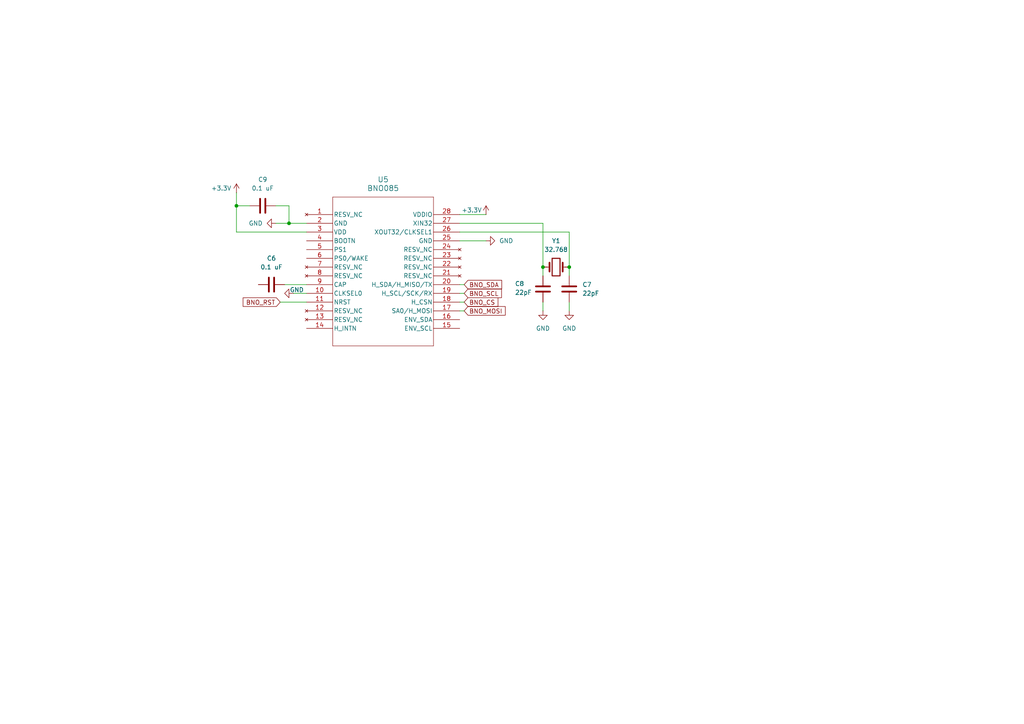
<source format=kicad_sch>
(kicad_sch (version 20231120) (generator "eeschema") (generator_version "8.0")
  (paper "A4")
  (lib_symbols
    (symbol "power:+3.3V" (power) (pin_numbers hide) (pin_names (offset 0) hide)
      (property "Value" "+3.3V" (at 0 3.556 0))
      (symbol "+3.3V_0_1"
        (polyline (pts (xy -0.762 1.27) (xy 0 2.54)))
        (polyline (pts (xy 0 0) (xy 0 2.54)))
        (polyline (pts (xy 0 2.54) (xy 0.762 1.27)))
      )
      (symbol "+3.3V_1_1"
        (pin power_in line (at 0 0 90) (length 0) (name "~") (number "1"))
      )
    )
    (symbol "power:GND" (power) (pin_numbers hide) (pin_names (offset 0) hide)
      (property "Value" "GND" (at 0 -3.81 0))
      (symbol "GND_0_1"
        (polyline (pts (xy 0 0) (xy 0 -1.27) (xy 1.27 -1.27) (xy 0 -2.54) (xy -1.27 -1.27) (xy 0 -1.27)))
      )
      (symbol "GND_1_1"
        (pin power_in line (at 0 0 270) (length 0) (name "~") (number "1"))
      )
    )
    (symbol "uSlime:BNO085" (pin_names (offset 0.254))
      (property "Reference" "U" (at 35.56 10.16 0))
      (property "Value" "BNO085" (at 35.56 7.62 0))
      (symbol "BNO085_0_1"
        (polyline (pts (xy 21.59 -38.1) (xy 50.8 -38.1)) (stroke (width 0.127)))
        (polyline (pts (xy 21.59 5.08) (xy 21.59 -38.1)) (stroke (width 0.127)))
        (polyline (pts (xy 50.8 -38.1) (xy 50.8 5.08)) (stroke (width 0.127)))
        (polyline (pts (xy 50.8 5.08) (xy 21.59 5.08)) (stroke (width 0.127)))
        (pin no_connect line (at 13.97 0 0) (length 7.62) (name "RESV_NC") (number "1"))
        (pin input line (at 13.97 -22.86 0) (length 7.62) (name "CLKSEL0") (number "10"))
        (pin input line (at 13.97 -25.4 0) (length 7.62) (name "NRST") (number "11"))
        (pin no_connect line (at 13.97 -27.94 0) (length 7.62) (name "RESV_NC") (number "12"))
        (pin no_connect line (at 13.97 -30.48 0) (length 7.62) (name "RESV_NC") (number "13"))
        (pin output line (at 13.97 -33.02 0) (length 7.62) (name "H_INTN") (number "14"))
        (pin bidirectional line (at 58.42 -33.02 180) (length 7.62) (name "ENV_SCL") (number "15"))
        (pin bidirectional line (at 58.42 -30.48 180) (length 7.62) (name "ENV_SDA") (number "16"))
        (pin input line (at 58.42 -27.94 180) (length 7.62) (name "SA0/H_MOSI") (number "17"))
        (pin input line (at 58.42 -25.4 180) (length 7.62) (name "H_CSN") (number "18"))
        (pin bidirectional line (at 58.42 -22.86 180) (length 7.62) (name "H_SCL/SCK/RX") (number "19"))
        (pin power_out line (at 13.97 -2.54 0) (length 7.62) (name "GND") (number "2"))
        (pin bidirectional line (at 58.42 -20.32 180) (length 7.62) (name "H_SDA/H_MISO/TX") (number "20"))
        (pin no_connect line (at 58.42 -17.78 180) (length 7.62) (name "RESV_NC") (number "21"))
        (pin no_connect line (at 58.42 -15.24 180) (length 7.62) (name "RESV_NC") (number "22"))
        (pin no_connect line (at 58.42 -12.7 180) (length 7.62) (name "RESV_NC") (number "23"))
        (pin no_connect line (at 58.42 -10.16 180) (length 7.62) (name "RESV_NC") (number "24"))
        (pin power_out line (at 58.42 -7.62 180) (length 7.62) (name "GND") (number "25"))
        (pin output line (at 58.42 -5.08 180) (length 7.62) (name "XOUT32/CLKSEL1") (number "26"))
        (pin input line (at 58.42 -2.54 180) (length 7.62) (name "XIN32") (number "27"))
        (pin power_in line (at 58.42 0 180) (length 7.62) (name "VDDIO") (number "28"))
        (pin power_in line (at 13.97 -5.08 0) (length 7.62) (name "VDD") (number "3"))
        (pin input line (at 13.97 -7.62 0) (length 7.62) (name "BOOTN") (number "4"))
        (pin input line (at 13.97 -10.16 0) (length 7.62) (name "PS1") (number "5"))
        (pin input line (at 13.97 -12.7 0) (length 7.62) (name "PS0/WAKE") (number "6"))
        (pin no_connect line (at 13.97 -15.24 0) (length 7.62) (name "RESV_NC") (number "7"))
        (pin no_connect line (at 13.97 -17.78 0) (length 7.62) (name "RESV_NC") (number "8"))
        (pin power_in line (at 13.97 -20.32 0) (length 7.62) (name "CAP") (number "9"))
      )
    )
    (symbol "uSlime:C" (pin_numbers hide) (pin_names (offset 0.254))
      (property "Reference" "C" (at 0.635 2.54 0))
      (property "Value" "C" (at 0.635 -2.54 0))
      (symbol "C_0_1"
        (polyline (pts (xy -2.032 -0.762) (xy 2.032 -0.762)) (stroke (width 0.508)))
        (polyline (pts (xy -2.032 0.762) (xy 2.032 0.762)) (stroke (width 0.508)))
      )
      (symbol "C_1_1"
        (pin passive line (at 0 3.81 270) (length 2.794) (name "~") (number "1"))
        (pin passive line (at 0 -3.81 90) (length 2.794) (name "~") (number "2"))
      )
    )
    (symbol "uSlime:Crystal" (pin_numbers hide) (pin_names (offset 1.016) hide)
      (property "Reference" "Y1" (at 0 7.62 0))
      (property "Value" "Crystal" (at 0 5.08 0))
      (symbol "Crystal_0_1"
        (rectangle (start -1.143 2.54) (end 1.143 -2.54) (stroke (width 0.3048)))
        (polyline (pts (xy -2.54 0) (xy -1.905 0)))
        (polyline (pts (xy -1.905 -1.27) (xy -1.905 1.27)) (stroke (width 0.508)))
        (polyline (pts (xy 1.905 -1.27) (xy 1.905 1.27)) (stroke (width 0.508)))
        (polyline (pts (xy 2.54 0) (xy 1.905 0)))
      )
      (symbol "Crystal_1_1"
        (pin passive line (at -3.81 0 0) (length 1.27) (name "1") (number "1"))
        (pin passive line (at 3.81 0 180) (length 1.27) (name "2") (number "2"))
      )
    )
  )
  (junction (at 68.58 59.69))
  (junction (at 157.48 77.47))
  (junction (at 165.1 77.47))
  (junction (at 83.82 64.77))
  (wire (pts (xy 157.48 64.77) (xy 157.48 77.47)))
  (wire (pts (xy 82.55 82.55) (xy 88.9 82.55)))
  (wire (pts (xy 165.1 77.47) (xy 165.1 80.01)))
  (wire (pts (xy 157.48 90.17) (xy 157.48 87.63)))
  (wire (pts (xy 80.01 64.77) (xy 83.82 64.77)))
  (wire (pts (xy 140.97 69.85) (xy 133.35 69.85)))
  (wire (pts (xy 134.62 85.09) (xy 133.35 85.09)))
  (wire (pts (xy 157.48 77.47) (xy 157.48 80.01)))
  (wire (pts (xy 85.09 85.09) (xy 88.9 85.09)))
  (wire (pts (xy 68.58 55.88) (xy 68.58 59.69)))
  (wire (pts (xy 83.82 59.69) (xy 83.82 64.77)))
  (wire (pts (xy 133.35 67.31) (xy 165.1 67.31)))
  (wire (pts (xy 81.28 87.63) (xy 88.9 87.63)))
  (wire (pts (xy 134.62 82.55) (xy 133.35 82.55)))
  (wire (pts (xy 134.62 87.63) (xy 133.35 87.63)))
  (wire (pts (xy 133.35 64.77) (xy 157.48 64.77)))
  (wire (pts (xy 68.58 67.31) (xy 88.9 67.31)))
  (wire (pts (xy 68.58 59.69) (xy 72.39 59.69)))
  (wire (pts (xy 80.01 59.69) (xy 83.82 59.69)))
  (wire (pts (xy 68.58 59.69) (xy 68.58 67.31)))
  (wire (pts (xy 140.97 62.23) (xy 133.35 62.23)))
  (wire (pts (xy 165.1 67.31) (xy 165.1 77.47)))
  (wire (pts (xy 165.1 90.17) (xy 165.1 87.63)))
  (wire (pts (xy 134.62 90.17) (xy 133.35 90.17)))
  (wire (pts (xy 83.82 64.77) (xy 88.9 64.77)))
  (global_label "BNO_SCL" (shape input) (at 134.62 85.09 0) (property "Intersheetrefs" "${INTERSHEET_REFS}" (effects (hide yes))))
  (global_label "BNO_MOSI" (shape input) (at 134.62 90.17 0) (property "Intersheetrefs" "${INTERSHEET_REFS}" (effects (hide yes))))
  (global_label "BNO_RST" (shape input) (at 81.28 87.63 180) (property "Intersheetrefs" "${INTERSHEET_REFS}" (effects (hide yes))))
  (global_label "BNO_CS" (shape input) (at 134.62 87.63 0) (property "Intersheetrefs" "${INTERSHEET_REFS}" (effects (hide yes))))
  (global_label "BNO_SDA" (shape input) (at 134.62 82.55 0) (property "Intersheetrefs" "${INTERSHEET_REFS}" (effects (hide yes))))
  (symbol (lib_id "power:GND") (at 157.48 90.17 0) (unit 1)
    (property "Reference" "#PWR012" (effects (hide yes)))
    (property "Value" "GND" (at 157.48 95.25 0))
    (property "Description" "Power symbol creates a global label with name \"GND\" , ground" (effects (hide yes)))
  )
  (symbol (lib_id "uSlime:C") (at 78.74 82.55 90) (unit 1)
    (property "Reference" "C6" (at 78.74 74.93 90))
    (property "Value" "0.1 uF" (at 78.74 77.47 90))
    (property "Footprint" "Capacitor_SMD:C_0603_1608Metric" (effects (hide yes)))
    (property "Description" "Unpolarized capacitor" (effects (hide yes)))
  )
  (symbol (lib_id "uSlime:Crystal") (at 161.29 77.47 0) (unit 1)
    (property "Reference" "Y1" (at 161.29 69.85 0))
    (property "Value" "32.768" (at 161.29 72.39 0))
    (property "Footprint" "uSlime-libs:OSC-SMD_L3.2-W1.5" (effects (hide yes)))
    (property "Description" "Two pin crystal" (effects (hide yes)))
  )
  (symbol (lib_id "power:GND") (at 85.09 85.09 270) (unit 1)
    (property "Reference" "#PWR011" (effects (hide yes)))
    (property "Value" "GND" (at 88.138 84.074 90) (effects (justify right)))
    (property "Description" "Power symbol creates a global label with name \"GND\" , ground" (effects (hide yes)))
  )
  (symbol (lib_id "uSlime:C") (at 165.1 83.82 180) (unit 1)
    (property "Reference" "C7" (at 168.91 82.5499 0) (effects (justify right)))
    (property "Value" "22pF" (at 168.91 85.0899 0) (effects (justify right)))
    (property "Footprint" "Capacitor_SMD:C_0603_1608Metric" (effects (hide yes)))
    (property "Description" "Unpolarized capacitor" (effects (hide yes)))
  )
  (symbol (lib_id "power:GND") (at 140.97 69.85 90) (unit 1)
    (property "Reference" "#PWR09" (effects (hide yes)))
    (property "Value" "GND" (at 144.78 69.8499 90) (effects (justify right)))
    (property "Description" "Power symbol creates a global label with name \"GND\" , ground" (effects (hide yes)))
  )
  (symbol (lib_id "power:+3.3V") (at 68.58 55.88 0) (unit 1)
    (property "Reference" "#PWR010" (effects (hide yes)))
    (property "Value" "+3.3V" (at 61.214 54.61 0) (effects (justify left)))
    (property "Description" "Power symbol creates a global label with name \"+3.3V\"" (effects (hide yes)))
  )
  (symbol (lib_id "power:+3.3V") (at 140.97 62.23 0) (unit 1)
    (property "Reference" "#PWR014" (effects (hide yes)))
    (property "Value" "+3.3V" (at 133.858 60.96 0) (effects (justify left)))
    (property "Description" "Power symbol creates a global label with name \"+3.3V\"" (effects (hide yes)))
  )
  (symbol (lib_id "power:GND") (at 165.1 90.17 0) (unit 1)
    (property "Reference" "#PWR013" (effects (hide yes)))
    (property "Value" "GND" (at 165.1 95.25 0))
    (property "Description" "Power symbol creates a global label with name \"GND\" , ground" (effects (hide yes)))
  )
  (symbol (lib_id "uSlime:BNO085") (at 74.93 62.23 0) (unit 1)
    (property "Reference" "U5" (at 111.125 52.07 0) (effects (font (size 1.524 1.524))))
    (property "Value" "BNO085" (at 111.125 54.61 0) (effects (font (size 1.524 1.524))))
    (property "Footprint" "uSlime-libs:LGA28_5.2X3.8_CEV" (effects (hide yes)))
    (property "Datasheet" "BNO085" (effects (hide yes)))
  )
  (symbol (lib_id "uSlime:C") (at 157.48 83.82 180) (unit 1)
    (property "Reference" "C8" (at 149.352 82.296 0) (effects (justify right)))
    (property "Value" "22pF" (at 149.352 84.836 0) (effects (justify right)))
    (property "Footprint" "Capacitor_SMD:C_0603_1608Metric" (effects (hide yes)))
    (property "Description" "Unpolarized capacitor" (effects (hide yes)))
  )
  (symbol (lib_id "power:GND") (at 80.01 64.77 270) (unit 1)
    (property "Reference" "#PWR08" (effects (hide yes)))
    (property "Value" "GND" (at 76.2 64.7699 90) (effects (justify right)))
    (property "Description" "Power symbol creates a global label with name \"GND\" , ground" (effects (hide yes)))
  )
  (symbol (lib_id "uSlime:C") (at 76.2 59.69 90) (unit 1)
    (property "Reference" "C9" (at 76.2 52.07 90))
    (property "Value" "0.1 uF" (at 76.2 54.61 90))
    (property "Footprint" "Capacitor_SMD:C_0603_1608Metric" (effects (hide yes)))
    (property "Description" "Unpolarized capacitor" (effects (hide yes)))
  )
)
</source>
